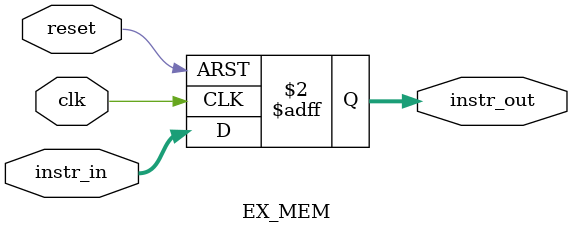
<source format=v>
`timescale 1ns / 1ns

module EX_MEM (
    input clk,
    input reset,
    input [31:0] instr_in,
    output reg [31:0] instr_out
);

    always @(posedge clk or posedge reset) begin
        if (reset)
            instr_out <= 32'b0;
        else
            instr_out <= instr_in;
    end
endmodule

</source>
